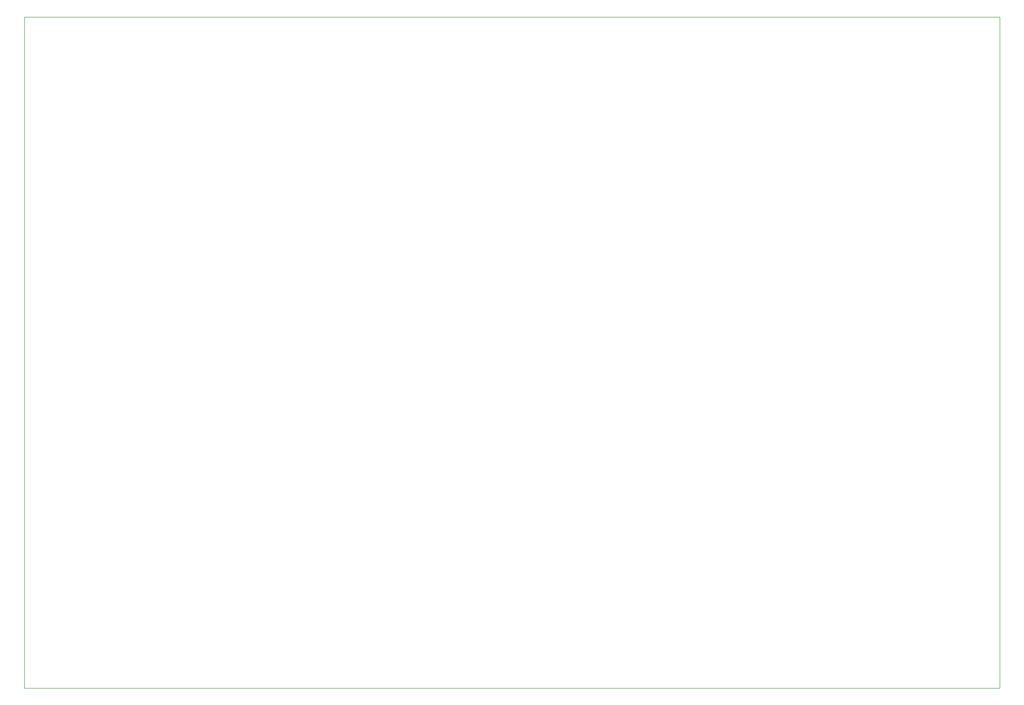
<source format=gbr>
%TF.GenerationSoftware,Altium Limited,Altium Designer,24.2.2 (26)*%
G04 Layer_Color=0*
%FSLAX45Y45*%
%MOMM*%
%TF.SameCoordinates,E801744C-0769-472F-B71A-A4CB6A2CC1AD*%
%TF.FilePolarity,Positive*%
%TF.FileFunction,Profile,NP*%
%TF.Part,Single*%
G01*
G75*
%TA.AperFunction,Profile*%
%ADD121C,0.02540*%
D121*
X0Y0D02*
X18000000D01*
Y12400000D01*
X0D01*
Y0D01*
%TF.MD5,48ab2e25336bcdb7b97de0856ab6eff9*%
M02*

</source>
